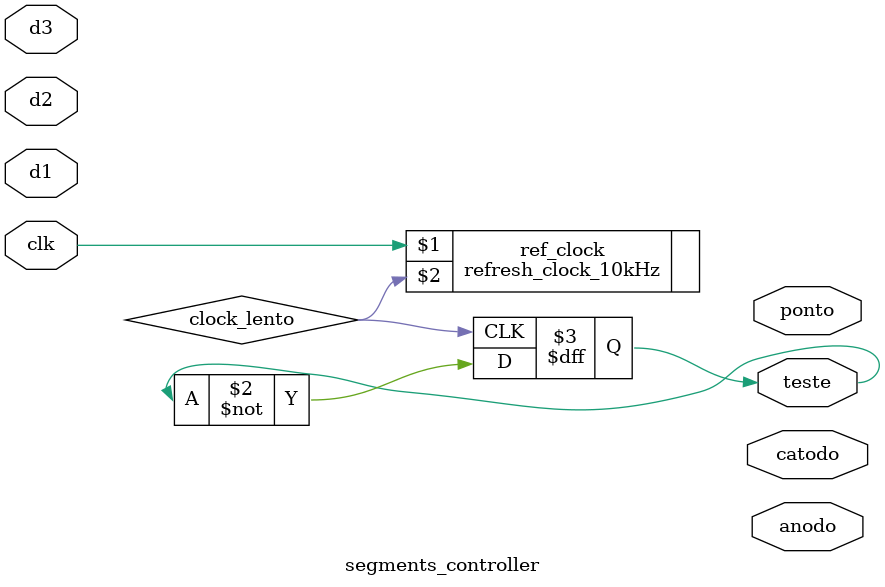
<source format=v>
module segments_controller(clk,d1,d2,d3,catodo,anodo,ponto,teste);

	input clk;
	input [3:0] d1,d2,d3;
	output reg [6:0] catodo;
	output reg ponto;
	output reg [3:0] anodo;
	output reg teste;
	
	wire clock_lento;
	
	refresh_clock_10kHz ref_clock (clk,clock_lento);
	
	always @(posedge clock_lento)
	begin
		teste = ~teste;
	end
	
	
	
endmodule

</source>
